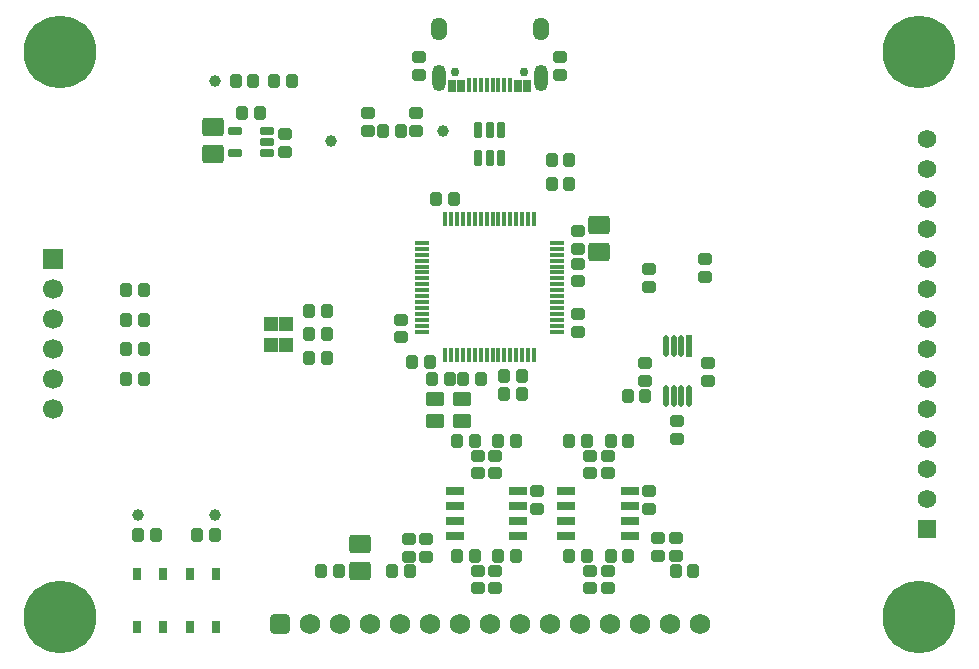
<source format=gts>
G04*
G04 #@! TF.GenerationSoftware,Altium Limited,Altium Designer,26.1.1 (7)*
G04*
G04 Layer_Color=8388736*
%FSLAX25Y25*%
%MOIN*%
G70*
G04*
G04 #@! TF.SameCoordinates,80A9187B-927A-44A2-B289-347268ADEE1A*
G04*
G04*
G04 #@! TF.FilePolarity,Negative*
G04*
G01*
G75*
%ADD11C,0.01968*%
%ADD24R,0.01200X0.04700*%
G04:AMPARAMS|DCode=25|XSize=61.02mil|YSize=23.62mil|CornerRadius=2.01mil|HoleSize=0mil|Usage=FLASHONLY|Rotation=0.000|XOffset=0mil|YOffset=0mil|HoleType=Round|Shape=RoundedRectangle|*
%AMROUNDEDRECTD25*
21,1,0.06102,0.01961,0,0,0.0*
21,1,0.05701,0.02362,0,0,0.0*
1,1,0.00402,0.02850,-0.00980*
1,1,0.00402,-0.02850,-0.00980*
1,1,0.00402,-0.02850,0.00980*
1,1,0.00402,0.02850,0.00980*
%
%ADD25ROUNDEDRECTD25*%
G04:AMPARAMS|DCode=26|XSize=73.09mil|YSize=19.61mil|CornerRadius=9.8mil|HoleSize=0mil|Usage=FLASHONLY|Rotation=270.000|XOffset=0mil|YOffset=0mil|HoleType=Round|Shape=RoundedRectangle|*
%AMROUNDEDRECTD26*
21,1,0.07309,0.00000,0,0,270.0*
21,1,0.05348,0.01961,0,0,270.0*
1,1,0.01961,0.00000,-0.02674*
1,1,0.01961,0.00000,0.02674*
1,1,0.01961,0.00000,0.02674*
1,1,0.01961,0.00000,-0.02674*
%
%ADD26ROUNDEDRECTD26*%
G04:AMPARAMS|DCode=27|XSize=39.37mil|YSize=27.56mil|CornerRadius=1.38mil|HoleSize=0mil|Usage=FLASHONLY|Rotation=90.000|XOffset=0mil|YOffset=0mil|HoleType=Round|Shape=RoundedRectangle|*
%AMROUNDEDRECTD27*
21,1,0.03937,0.02480,0,0,90.0*
21,1,0.03661,0.02756,0,0,90.0*
1,1,0.00276,0.01240,0.01831*
1,1,0.00276,0.01240,-0.01831*
1,1,0.00276,-0.01240,-0.01831*
1,1,0.00276,-0.01240,0.01831*
%
%ADD27ROUNDEDRECTD27*%
%ADD28R,0.01961X0.07309*%
%ADD30R,0.04700X0.01200*%
G04:AMPARAMS|DCode=31|XSize=15.75mil|YSize=49.21mil|CornerRadius=3.45mil|HoleSize=0mil|Usage=FLASHONLY|Rotation=180.000|XOffset=0mil|YOffset=0mil|HoleType=Round|Shape=RoundedRectangle|*
%AMROUNDEDRECTD31*
21,1,0.01575,0.04232,0,0,180.0*
21,1,0.00886,0.04921,0,0,180.0*
1,1,0.00689,-0.00443,0.02116*
1,1,0.00689,0.00443,0.02116*
1,1,0.00689,0.00443,-0.02116*
1,1,0.00689,-0.00443,-0.02116*
%
%ADD31ROUNDEDRECTD31*%
G04:AMPARAMS|DCode=32|XSize=27.56mil|YSize=43.31mil|CornerRadius=4.92mil|HoleSize=0mil|Usage=FLASHONLY|Rotation=180.000|XOffset=0mil|YOffset=0mil|HoleType=Round|Shape=RoundedRectangle|*
%AMROUNDEDRECTD32*
21,1,0.02756,0.03347,0,0,180.0*
21,1,0.01772,0.04331,0,0,180.0*
1,1,0.00984,-0.00886,0.01673*
1,1,0.00984,0.00886,0.01673*
1,1,0.00984,0.00886,-0.01673*
1,1,0.00984,-0.00886,-0.01673*
%
%ADD32ROUNDEDRECTD32*%
G04:AMPARAMS|DCode=33|XSize=37.4mil|YSize=45.28mil|CornerRadius=6.89mil|HoleSize=0mil|Usage=FLASHONLY|Rotation=180.000|XOffset=0mil|YOffset=0mil|HoleType=Round|Shape=RoundedRectangle|*
%AMROUNDEDRECTD33*
21,1,0.03740,0.03150,0,0,180.0*
21,1,0.02362,0.04528,0,0,180.0*
1,1,0.01378,-0.01181,0.01575*
1,1,0.01378,0.01181,0.01575*
1,1,0.01378,0.01181,-0.01575*
1,1,0.01378,-0.01181,-0.01575*
%
%ADD33ROUNDEDRECTD33*%
G04:AMPARAMS|DCode=34|XSize=37.4mil|YSize=45.28mil|CornerRadius=6.89mil|HoleSize=0mil|Usage=FLASHONLY|Rotation=90.000|XOffset=0mil|YOffset=0mil|HoleType=Round|Shape=RoundedRectangle|*
%AMROUNDEDRECTD34*
21,1,0.03740,0.03150,0,0,90.0*
21,1,0.02362,0.04528,0,0,90.0*
1,1,0.01378,0.01575,0.01181*
1,1,0.01378,0.01575,-0.01181*
1,1,0.01378,-0.01575,-0.01181*
1,1,0.01378,-0.01575,0.01181*
%
%ADD34ROUNDEDRECTD34*%
G04:AMPARAMS|DCode=35|XSize=61.02mil|YSize=72.84mil|CornerRadius=9.84mil|HoleSize=0mil|Usage=FLASHONLY|Rotation=270.000|XOffset=0mil|YOffset=0mil|HoleType=Round|Shape=RoundedRectangle|*
%AMROUNDEDRECTD35*
21,1,0.06102,0.05315,0,0,270.0*
21,1,0.04134,0.07284,0,0,270.0*
1,1,0.01968,-0.02657,-0.02067*
1,1,0.01968,-0.02657,0.02067*
1,1,0.01968,0.02657,0.02067*
1,1,0.01968,0.02657,-0.02067*
%
%ADD35ROUNDEDRECTD35*%
%ADD36R,0.05118X0.05118*%
%ADD37C,0.03937*%
G04:AMPARAMS|DCode=38|XSize=29.53mil|YSize=53.15mil|CornerRadius=5.91mil|HoleSize=0mil|Usage=FLASHONLY|Rotation=180.000|XOffset=0mil|YOffset=0mil|HoleType=Round|Shape=RoundedRectangle|*
%AMROUNDEDRECTD38*
21,1,0.02953,0.04134,0,0,180.0*
21,1,0.01772,0.05315,0,0,180.0*
1,1,0.01181,-0.00886,0.02067*
1,1,0.01181,0.00886,0.02067*
1,1,0.01181,0.00886,-0.02067*
1,1,0.01181,-0.00886,-0.02067*
%
%ADD38ROUNDEDRECTD38*%
G04:AMPARAMS|DCode=39|XSize=29.53mil|YSize=47.24mil|CornerRadius=5.91mil|HoleSize=0mil|Usage=FLASHONLY|Rotation=270.000|XOffset=0mil|YOffset=0mil|HoleType=Round|Shape=RoundedRectangle|*
%AMROUNDEDRECTD39*
21,1,0.02953,0.03543,0,0,270.0*
21,1,0.01772,0.04724,0,0,270.0*
1,1,0.01181,-0.01772,-0.00886*
1,1,0.01181,-0.01772,0.00886*
1,1,0.01181,0.01772,0.00886*
1,1,0.01181,0.01772,-0.00886*
%
%ADD39ROUNDEDRECTD39*%
G04:AMPARAMS|DCode=40|XSize=57.09mil|YSize=49.21mil|CornerRadius=5.12mil|HoleSize=0mil|Usage=FLASHONLY|Rotation=180.000|XOffset=0mil|YOffset=0mil|HoleType=Round|Shape=RoundedRectangle|*
%AMROUNDEDRECTD40*
21,1,0.05709,0.03898,0,0,180.0*
21,1,0.04685,0.04921,0,0,180.0*
1,1,0.01024,-0.02343,0.01949*
1,1,0.01024,0.02343,0.01949*
1,1,0.01024,0.02343,-0.01949*
1,1,0.01024,-0.02343,-0.01949*
%
%ADD40ROUNDEDRECTD40*%
%ADD41O,0.04528X0.08858*%
%ADD42C,0.02953*%
%ADD43O,0.05315X0.07677*%
%ADD44R,0.06693X0.06693*%
%ADD45C,0.06693*%
%ADD46C,0.06890*%
G04:AMPARAMS|DCode=47|XSize=68.9mil|YSize=68.9mil|CornerRadius=18.7mil|HoleSize=0mil|Usage=FLASHONLY|Rotation=0.000|XOffset=0mil|YOffset=0mil|HoleType=Round|Shape=RoundedRectangle|*
%AMROUNDEDRECTD47*
21,1,0.06890,0.03150,0,0,0.0*
21,1,0.03150,0.06890,0,0,0.0*
1,1,0.03740,0.01575,-0.01575*
1,1,0.03740,-0.01575,-0.01575*
1,1,0.03740,-0.01575,0.01575*
1,1,0.03740,0.01575,0.01575*
%
%ADD47ROUNDEDRECTD47*%
%ADD48R,0.06181X0.06181*%
%ADD49C,0.06181*%
%ADD50C,0.24213*%
D11*
X65354Y168433D02*
X65439Y168518D01*
D24*
X166339Y101378D02*
D03*
X142717Y146653D02*
D03*
X144685D02*
D03*
X146653D02*
D03*
X148622D02*
D03*
X150591D02*
D03*
X152559D02*
D03*
X154527D02*
D03*
X156496D02*
D03*
X158465D02*
D03*
X160433D02*
D03*
X162402D02*
D03*
X164370D02*
D03*
X166339D02*
D03*
X168307D02*
D03*
X170276D02*
D03*
X172244D02*
D03*
Y101378D02*
D03*
X170276D02*
D03*
X168307D02*
D03*
X164370D02*
D03*
X162402D02*
D03*
X160433D02*
D03*
X158465D02*
D03*
X156496D02*
D03*
X154527D02*
D03*
X152559D02*
D03*
X150591D02*
D03*
X148622D02*
D03*
X146653D02*
D03*
X144685D02*
D03*
X142717D02*
D03*
D25*
X167126Y55925D02*
D03*
X204331D02*
D03*
Y50925D02*
D03*
Y45925D02*
D03*
Y40925D02*
D03*
X183071D02*
D03*
Y45925D02*
D03*
Y50925D02*
D03*
Y55925D02*
D03*
X167126Y50925D02*
D03*
Y45925D02*
D03*
Y40925D02*
D03*
X145866D02*
D03*
Y45925D02*
D03*
Y50925D02*
D03*
Y55925D02*
D03*
D26*
X223917Y87595D02*
D03*
X221358D02*
D03*
X218799D02*
D03*
X216240D02*
D03*
Y104531D02*
D03*
X218799D02*
D03*
X221358D02*
D03*
D27*
X57776Y10827D02*
D03*
X66240D02*
D03*
X57776Y28543D02*
D03*
X66240D02*
D03*
X40059Y10827D02*
D03*
X48524D02*
D03*
X40059Y28543D02*
D03*
X48524D02*
D03*
D28*
X223917Y104531D02*
D03*
D30*
X134843Y109252D02*
D03*
Y111221D02*
D03*
Y113189D02*
D03*
Y115157D02*
D03*
Y117126D02*
D03*
Y119095D02*
D03*
Y121063D02*
D03*
Y123031D02*
D03*
Y125000D02*
D03*
Y126969D02*
D03*
Y128937D02*
D03*
Y130905D02*
D03*
Y132874D02*
D03*
Y134843D02*
D03*
Y136811D02*
D03*
Y138779D02*
D03*
X180118D02*
D03*
Y136811D02*
D03*
Y134843D02*
D03*
Y132874D02*
D03*
Y130905D02*
D03*
Y128937D02*
D03*
Y126969D02*
D03*
Y125000D02*
D03*
Y123031D02*
D03*
Y121063D02*
D03*
Y119095D02*
D03*
Y117126D02*
D03*
Y115157D02*
D03*
Y113189D02*
D03*
Y111221D02*
D03*
Y109252D02*
D03*
D31*
X158465Y191427D02*
D03*
X156496D02*
D03*
X154527D02*
D03*
X160433D02*
D03*
X162402D02*
D03*
X164370D02*
D03*
X152559D02*
D03*
X150591D02*
D03*
D32*
X166929Y191130D02*
D03*
X170079D02*
D03*
X148031D02*
D03*
X144882D02*
D03*
D33*
X146653Y34449D02*
D03*
X152559D02*
D03*
X166339D02*
D03*
X160433D02*
D03*
X139764Y153543D02*
D03*
X145669D02*
D03*
X178150Y166339D02*
D03*
X184055D02*
D03*
X178150Y158465D02*
D03*
X184055D02*
D03*
X209449Y87795D02*
D03*
X203543D02*
D03*
X148622Y93307D02*
D03*
X154527D02*
D03*
X144291D02*
D03*
X138386D02*
D03*
X137598Y99213D02*
D03*
X131693D02*
D03*
X168307Y94488D02*
D03*
X162402D02*
D03*
X168307Y88583D02*
D03*
X162402D02*
D03*
X166339Y72835D02*
D03*
X160433D02*
D03*
X152559D02*
D03*
X146653D02*
D03*
X203740D02*
D03*
X197835D02*
D03*
X189961D02*
D03*
X184055D02*
D03*
X197835Y34449D02*
D03*
X203740D02*
D03*
X189961D02*
D03*
X184055D02*
D03*
X130905Y29528D02*
D03*
X125000D02*
D03*
X101378Y29528D02*
D03*
X107283D02*
D03*
X60039Y41339D02*
D03*
X65945D02*
D03*
X40354D02*
D03*
X46260D02*
D03*
X36417Y93504D02*
D03*
X42323D02*
D03*
X36417Y103347D02*
D03*
X42323D02*
D03*
X36417Y113189D02*
D03*
X42323D02*
D03*
X36417Y123031D02*
D03*
X42323D02*
D03*
X97441Y116142D02*
D03*
X103347D02*
D03*
X97441Y108268D02*
D03*
X103347D02*
D03*
X97441Y100394D02*
D03*
X103347D02*
D03*
X75000Y181988D02*
D03*
X80905D02*
D03*
X127953Y176181D02*
D03*
X122047D02*
D03*
X72835Y192913D02*
D03*
X78740D02*
D03*
X225394Y29528D02*
D03*
X85630Y192913D02*
D03*
X91535D02*
D03*
X219488Y29528D02*
D03*
D34*
X220079Y79331D02*
D03*
Y73425D02*
D03*
X127953Y107283D02*
D03*
Y113189D02*
D03*
X229134Y133268D02*
D03*
Y127362D02*
D03*
X210630Y129921D02*
D03*
Y124016D02*
D03*
X209449Y98622D02*
D03*
Y92716D02*
D03*
X230315Y92913D02*
D03*
Y98819D02*
D03*
X153543Y62008D02*
D03*
Y67913D02*
D03*
X159449Y62008D02*
D03*
Y67913D02*
D03*
X190945Y62008D02*
D03*
Y67913D02*
D03*
X196850Y62008D02*
D03*
Y67913D02*
D03*
X173228Y56102D02*
D03*
Y50197D02*
D03*
X210630Y56102D02*
D03*
Y50197D02*
D03*
X196850Y23622D02*
D03*
Y29528D02*
D03*
X190945Y23622D02*
D03*
Y29528D02*
D03*
X159449Y23622D02*
D03*
Y29528D02*
D03*
X153543Y23622D02*
D03*
Y29528D02*
D03*
X136221Y34252D02*
D03*
Y40157D02*
D03*
X130709D02*
D03*
Y34252D02*
D03*
X89370Y169193D02*
D03*
Y175098D02*
D03*
X132874Y176181D02*
D03*
Y182087D02*
D03*
X117126Y176181D02*
D03*
Y182087D02*
D03*
X133858Y194882D02*
D03*
Y200787D02*
D03*
X181102Y194685D02*
D03*
Y200591D02*
D03*
X219685Y34449D02*
D03*
Y40354D02*
D03*
X213779D02*
D03*
Y34449D02*
D03*
X187008Y109252D02*
D03*
Y115157D02*
D03*
Y125984D02*
D03*
Y131890D02*
D03*
Y136811D02*
D03*
Y142717D02*
D03*
D35*
X114173Y29528D02*
D03*
Y38528D02*
D03*
X65354Y168433D02*
D03*
Y177433D02*
D03*
X193898Y135827D02*
D03*
Y144827D02*
D03*
D36*
X84646Y104626D02*
D03*
X89567D02*
D03*
Y111909D02*
D03*
X84646D02*
D03*
D37*
X141929Y176181D02*
D03*
X104774Y172687D02*
D03*
X65945Y192913D02*
D03*
Y48228D02*
D03*
X40354D02*
D03*
D38*
X157480Y166929D02*
D03*
X161221D02*
D03*
X153740D02*
D03*
Y176378D02*
D03*
X157480D02*
D03*
X161221D02*
D03*
D39*
X72736Y168602D02*
D03*
Y176083D02*
D03*
X83169D02*
D03*
Y172343D02*
D03*
Y168602D02*
D03*
D40*
X139173Y86811D02*
D03*
Y79331D02*
D03*
X148228Y86811D02*
D03*
Y79331D02*
D03*
D41*
X140472Y193691D02*
D03*
X174488D02*
D03*
D42*
X168858Y195659D02*
D03*
X146102D02*
D03*
D43*
X174488Y210148D02*
D03*
X140472D02*
D03*
D44*
X11811Y133268D02*
D03*
D45*
Y123268D02*
D03*
Y113268D02*
D03*
Y103268D02*
D03*
Y93268D02*
D03*
Y83268D02*
D03*
D46*
X197480Y11811D02*
D03*
X187480D02*
D03*
X177480D02*
D03*
X157480D02*
D03*
X147480D02*
D03*
X127480D02*
D03*
X107480D02*
D03*
X97480D02*
D03*
X117480D02*
D03*
X137480D02*
D03*
X167480D02*
D03*
X207480D02*
D03*
X217480D02*
D03*
X227480D02*
D03*
D47*
X87480D02*
D03*
D48*
X303150Y43268D02*
D03*
D49*
Y53268D02*
D03*
Y63268D02*
D03*
Y73268D02*
D03*
Y83268D02*
D03*
Y93268D02*
D03*
Y103268D02*
D03*
Y113268D02*
D03*
Y123268D02*
D03*
Y133268D02*
D03*
Y143268D02*
D03*
Y153268D02*
D03*
Y163268D02*
D03*
Y173268D02*
D03*
D50*
X300787Y202362D02*
D03*
Y14173D02*
D03*
X14173D02*
D03*
Y202362D02*
D03*
M02*

</source>
